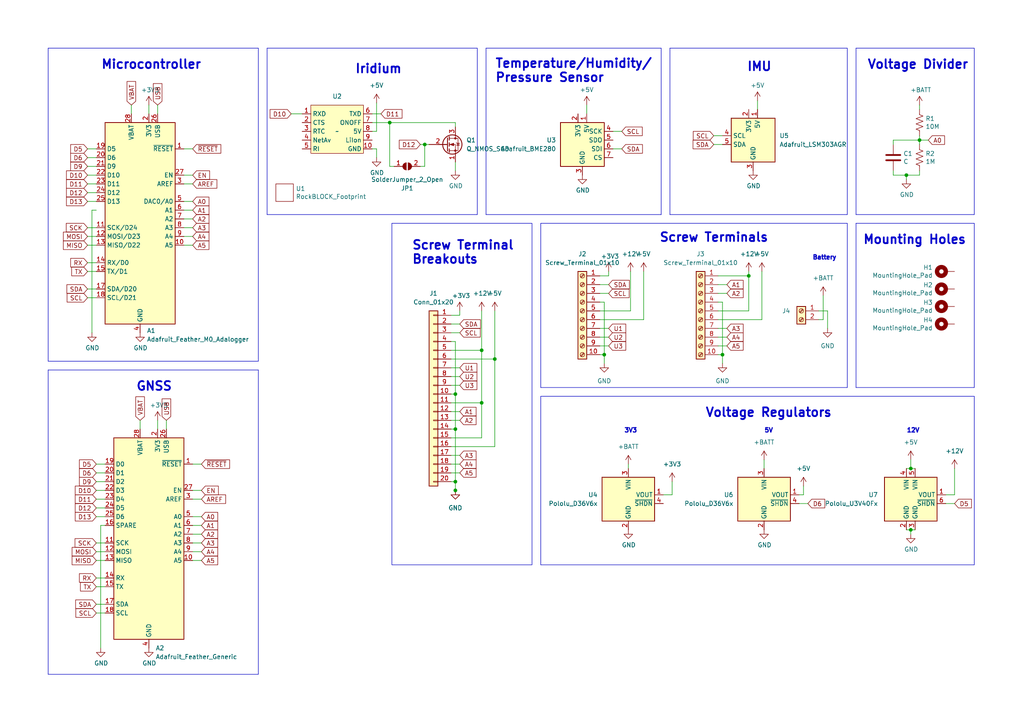
<source format=kicad_sch>
(kicad_sch (version 20230121) (generator eeschema)
  (paper "A4")
  (title_block (title "Cryologger Automatic Weather Station (AWS)") (date "2023-06-10") (rev "v0.4"))
  (lib_symbols
    (symbol "Connector:Screw_Terminal_01x02" (pin_names (offset 1.016) hide)
      (property "Reference" "J" (at 0 2.54 0))
      (property "Value" "Screw_Terminal_01x02" (at 0 -5.08 0))
      (symbol "Screw_Terminal_01x02_1_1"
        (pin passive line (at -5.08 0 0) (length 3.81) (name "Pin_1") (number "1"))
        (pin passive line (at -5.08 -2.54 0) (length 3.81) (name "Pin_2") (number "2"))
      )
    )
    (symbol "Connector:Screw_Terminal_01x10" (pin_names (offset 1.016) hide)
      (property "Reference" "J" (at 0 12.7 0))
      (property "Value" "Screw_Terminal_01x10" (at 0 -15.24 0))
      (symbol "Screw_Terminal_01x10_1_1"
        (pin passive line (at -5.08 10.16 0) (length 3.81) (name "Pin_1") (number "1"))
        (pin passive line (at -5.08 -12.7 0) (length 3.81) (name "Pin_10") (number "10"))
        (pin passive line (at -5.08 7.62 0) (length 3.81) (name "Pin_2") (number "2"))
        (pin passive line (at -5.08 5.08 0) (length 3.81) (name "Pin_3") (number "3"))
        (pin passive line (at -5.08 2.54 0) (length 3.81) (name "Pin_4") (number "4"))
        (pin passive line (at -5.08 0 0) (length 3.81) (name "Pin_5") (number "5"))
        (pin passive line (at -5.08 -2.54 0) (length 3.81) (name "Pin_6") (number "6"))
        (pin passive line (at -5.08 -5.08 0) (length 3.81) (name "Pin_7") (number "7"))
        (pin passive line (at -5.08 -7.62 0) (length 3.81) (name "Pin_8") (number "8"))
        (pin passive line (at -5.08 -10.16 0) (length 3.81) (name "Pin_9") (number "9"))
      )
    )
    (symbol "Connector_Generic:Conn_01x20" (pin_names (offset 1.016) hide)
      (property "Reference" "J" (at 0 25.4 0))
      (property "Value" "Conn_01x20" (at 0 -27.94 0))
      (symbol "Conn_01x20_1_1"
        (pin passive line (at -5.08 22.86 0) (length 3.81) (name "Pin_1") (number "1"))
        (pin passive line (at -5.08 0 0) (length 3.81) (name "Pin_10") (number "10"))
        (pin passive line (at -5.08 -2.54 0) (length 3.81) (name "Pin_11") (number "11"))
        (pin passive line (at -5.08 -5.08 0) (length 3.81) (name "Pin_12") (number "12"))
        (pin passive line (at -5.08 -7.62 0) (length 3.81) (name "Pin_13") (number "13"))
        (pin passive line (at -5.08 -10.16 0) (length 3.81) (name "Pin_14") (number "14"))
        (pin passive line (at -5.08 -12.7 0) (length 3.81) (name "Pin_15") (number "15"))
        (pin passive line (at -5.08 -15.24 0) (length 3.81) (name "Pin_16") (number "16"))
        (pin passive line (at -5.08 -17.78 0) (length 3.81) (name "Pin_17") (number "17"))
        (pin passive line (at -5.08 -20.32 0) (length 3.81) (name "Pin_18") (number "18"))
        (pin passive line (at -5.08 -22.86 0) (length 3.81) (name "Pin_19") (number "19"))
        (pin passive line (at -5.08 20.32 0) (length 3.81) (name "Pin_2") (number "2"))
        (pin passive line (at -5.08 -25.4 0) (length 3.81) (name "Pin_20") (number "20"))
        (pin passive line (at -5.08 17.78 0) (length 3.81) (name "Pin_3") (number "3"))
        (pin passive line (at -5.08 15.24 0) (length 3.81) (name "Pin_4") (number "4"))
        (pin passive line (at -5.08 12.7 0) (length 3.81) (name "Pin_5") (number "5"))
        (pin passive line (at -5.08 10.16 0) (length 3.81) (name "Pin_6") (number "6"))
        (pin passive line (at -5.08 7.62 0) (length 3.81) (name "Pin_7") (number "7"))
        (pin passive line (at -5.08 5.08 0) (length 3.81) (name "Pin_8") (number "8"))
        (pin passive line (at -5.08 2.54 0) (length 3.81) (name "Pin_9") (number "9"))
      )
    )
    (symbol "Cryologger:Adafruit_BME280"
      (property "Reference" "U4" (at -7.62 1.27 0))
      (property "Value" "Adafruit_BME280" (at -7.62 -1.27 0))
      (symbol "Adafruit_BME280_1_1"
        (pin power_in line (at 1.27 8.89 270) (length 2.54) (name "5V") (number "1"))
        (pin power_in line (at -1.27 8.89 270) (length 2.54) (name "3V3") (number "2"))
        (pin power_in line (at 0 -8.89 90) (length 2.54) (name "GND") (number "3"))
        (pin input line (at 8.89 3.81 180) (length 2.54) (name "SCK") (number "4"))
        (pin input line (at 8.89 1.27 180) (length 2.54) (name "SDO") (number "5"))
        (pin input line (at 8.89 -1.27 180) (length 2.54) (name "SDI") (number "6"))
        (pin input line (at 8.89 -3.81 180) (length 2.54) (name "CS") (number "7"))
      )
    )
    (symbol "Cryologger:Adafruit_LSM303AGR"
      (property "Reference" "U1" (at 1.9559 -8.89 0))
      (property "Value" "Adafruit_LSM303AGR" (at 1.9559 -11.43 0))
      (symbol "Adafruit_LSM303AGR_1_1"
        (pin power_in line (at 1.27 8.89 270) (length 2.54) (name "5V") (number "1"))
        (pin power_in line (at -1.27 8.89 270) (length 2.54) (name "3V3") (number "2"))
        (pin power_in line (at 0 -8.89 90) (length 2.54) (name "GND") (number "3"))
        (pin input line (at -8.89 1.27 0) (length 2.54) (name "SCL") (number "4"))
        (pin input line (at -8.89 -1.27 0) (length 2.54) (name "SDA") (number "5"))
      )
    )
    (symbol "Cryologger:Pololu_U3V40Fx"
      (property "Reference" "U7" (at -9.525 0 0))
      (property "Value" "Pololu_U3V40Fx" (at -9.525 -2.54 0))
      (symbol "Pololu_U3V40Fx_1_1"
        (pin power_out line (at 10.16 0 180) (length 2.54) (name "VOUT") (number "1"))
        (pin power_in line (at -1.27 -10.16 90) (length 2.54) (name "GND") (number "2"))
        (pin power_in line (at 1.27 -10.16 90) (length 2.54) (name "GND") (number "3"))
        (pin power_in line (at -1.27 7.62 270) (length 2.54) (name "VIN") (number "4"))
        (pin power_in line (at 1.27 7.62 270) (length 2.54) (name "VIN") (number "5"))
        (pin input line (at 10.16 -2.54 180) (length 2.54) (name "~{SHDN}") (number "6"))
      )
    )
    (symbol "Cryologger:RockBLOCK_9603"
      (property "Reference" "U3" (at 0 8.89 0))
      (property "Value" "~" (at 0 0 0))
      (symbol "RockBLOCK_9603_1_1"
        (pin input line (at -10.16 5.08 0) (length 2.54) (name "RXD") (number "1"))
        (pin input line (at 10.16 -5.08 180) (length 2.54) (name "GND") (number "10"))
        (pin input line (at -10.16 2.54 0) (length 2.54) (name "CTS") (number "2"))
        (pin input line (at -10.16 0 0) (length 2.54) (name "RTC") (number "3"))
        (pin input line (at -10.16 -2.54 0) (length 2.54) (name "NetAv") (number "4"))
        (pin input line (at -10.16 -5.08 0) (length 2.54) (name "RI") (number "5"))
        (pin input line (at 10.16 5.08 180) (length 2.54) (name "TXD") (number "6"))
        (pin input line (at 10.16 2.54 180) (length 2.54) (name "ONOFF") (number "7"))
        (pin input line (at 10.16 0 180) (length 2.54) (name "5V") (number "8"))
        (pin input line (at 10.16 -2.54 180) (length 2.54) (name "LiIon") (number "9"))
      )
    )
    (symbol "Cryologger:RockBLOCK_Footprint" (pin_names (offset 1.016))
      (property "Reference" "U" (at 0 8.89 0))
      (property "Value" "Cryologger_RockBLOCK_Footprint" (at 0 -10.16 0))
    )
    (symbol "Device:C" (pin_numbers hide) (pin_names (offset 0.254))
      (property "Reference" "C" (at 0.635 2.54 0))
      (property "Value" "C" (at 0.635 -2.54 0))
      (symbol "C_1_1"
        (pin passive line (at 0 3.81 270) (length 2.794) (name "~") (number "1"))
        (pin passive line (at 0 -3.81 90) (length 2.794) (name "~") (number "2"))
      )
    )
    (symbol "Device:Q_NMOS_SGD" (pin_names (offset 0) hide)
      (property "Reference" "Q" (at 5.08 1.27 0))
      (property "Value" "Q_NMOS_SGD" (at 5.08 -1.27 0))
      (symbol "Q_NMOS_SGD_1_1"
        (pin passive line (at 2.54 -5.08 90) (length 2.54) (name "S") (number "1"))
        (pin input line (at -5.08 0 0) (length 5.08) (name "G") (number "2"))
        (pin passive line (at 2.54 5.08 270) (length 2.54) (name "D") (number "3"))
      )
    )
    (symbol "Device:R_US" (pin_numbers hide) (pin_names (offset 0))
      (property "Reference" "R" (at 2.54 0 90))
      (property "Value" "R_US" (at -2.54 0 90))
      (symbol "R_US_1_1"
        (pin passive line (at 0 3.81 270) (length 1.27) (name "~") (number "1"))
        (pin passive line (at 0 -3.81 90) (length 1.27) (name "~") (number "2"))
      )
    )
    (symbol "Jumper:SolderJumper_2_Open" (pin_names (offset 0) hide)
      (property "Reference" "JP" (at 0 2.032 0))
      (property "Value" "SolderJumper_2_Open" (at 0 -2.54 0))
      (symbol "SolderJumper_2_Open_1_1"
        (pin passive line (at -3.81 0 0) (length 2.54) (name "A") (number "1"))
        (pin passive line (at 3.81 0 180) (length 2.54) (name "B") (number "2"))
      )
    )
    (symbol "MCU_Module:Adafruit_Feather_Generic"
      (property "Reference" "A" (at -10.16 29.21 0))
      (property "Value" "Adafruit_Feather_Generic" (at 2.54 -31.75 0))
      (symbol "Adafruit_Feather_Generic_1_1"
        (pin input line (at 12.7 20.32 180) (length 2.54) (name "~{RESET}") (number "1"))
        (pin bidirectional line (at 12.7 -7.62 180) (length 2.54) (name "A5") (number "10"))
        (pin bidirectional line (at -12.7 -2.54 0) (length 2.54) (name "SCK") (number "11"))
        (pin bidirectional line (at -12.7 -5.08 0) (length 2.54) (name "MOSI") (number "12"))
        (pin bidirectional line (at -12.7 -7.62 0) (length 2.54) (name "MISO") (number "13"))
        (pin bidirectional line (at -12.7 -12.7 0) (length 2.54) (name "RX") (number "14"))
        (pin bidirectional line (at -12.7 -15.24 0) (length 2.54) (name "TX") (number "15"))
        (pin bidirectional line (at -12.7 2.54 0) (length 2.54) (name "SPARE") (number "16"))
        (pin bidirectional line (at -12.7 -20.32 0) (length 2.54) (name "SDA") (number "17"))
        (pin bidirectional line (at -12.7 -22.86 0) (length 2.54) (name "SCL") (number "18"))
        (pin bidirectional line (at -12.7 20.32 0) (length 2.54) (name "D0") (number "19"))
        (pin power_in line (at 2.54 30.48 270) (length 2.54) (name "3V3") (number "2"))
        (pin bidirectional line (at -12.7 17.78 0) (length 2.54) (name "D1") (number "20"))
        (pin bidirectional line (at -12.7 15.24 0) (length 2.54) (name "D2") (number "21"))
        (pin bidirectional line (at -12.7 12.7 0) (length 2.54) (name "D3") (number "22"))
        (pin bidirectional line (at -12.7 10.16 0) (length 2.54) (name "D4") (number "23"))
        (pin bidirectional line (at -12.7 7.62 0) (length 2.54) (name "D5") (number "24"))
        (pin bidirectional line (at -12.7 5.08 0) (length 2.54) (name "D6") (number "25"))
        (pin power_in line (at 5.08 30.48 270) (length 2.54) (name "USB") (number "26"))
        (pin input line (at 12.7 12.7 180) (length 2.54) (name "EN") (number "27"))
        (pin power_in line (at -2.54 30.48 270) (length 2.54) (name "VBAT") (number "28"))
        (pin input line (at 12.7 10.16 180) (length 2.54) (name "AREF") (number "3"))
        (pin power_in line (at 0 -33.02 90) (length 2.54) (name "GND") (number "4"))
        (pin bidirectional line (at 12.7 5.08 180) (length 2.54) (name "A0") (number "5"))
        (pin bidirectional line (at 12.7 2.54 180) (length 2.54) (name "A1") (number "6"))
        (pin bidirectional line (at 12.7 0 180) (length 2.54) (name "A2") (number "7"))
        (pin bidirectional line (at 12.7 -2.54 180) (length 2.54) (name "A3") (number "8"))
        (pin bidirectional line (at 12.7 -5.08 180) (length 2.54) (name "A4") (number "9"))
      )
    )
    (symbol "MCU_Module:Adafruit_Feather_M0_Adalogger"
      (property "Reference" "A" (at -10.16 29.21 0))
      (property "Value" "Adafruit_Feather_M0_Adalogger" (at 2.54 -31.75 0))
      (symbol "Adafruit_Feather_M0_Adalogger_1_1"
        (pin input line (at 12.7 20.32 180) (length 2.54) (name "~{RESET}") (number "1"))
        (pin bidirectional line (at 12.7 -7.62 180) (length 2.54) (name "A5") (number "10"))
        (pin bidirectional line (at -12.7 -2.54 0) (length 2.54) (name "SCK/D24") (number "11"))
        (pin bidirectional line (at -12.7 -5.08 0) (length 2.54) (name "MOSI/D23") (number "12"))
        (pin bidirectional line (at -12.7 -7.62 0) (length 2.54) (name "MISO/D22") (number "13"))
        (pin bidirectional line (at -12.7 -12.7 0) (length 2.54) (name "RX/D0") (number "14"))
        (pin bidirectional line (at -12.7 -15.24 0) (length 2.54) (name "TX/D1") (number "15"))
        (pin passive line (at 0 -33.02 90) (length 2.54) hide (name "GND") (number "16"))
        (pin bidirectional line (at -12.7 -20.32 0) (length 2.54) (name "SDA/D20") (number "17"))
        (pin bidirectional line (at -12.7 -22.86 0) (length 2.54) (name "SCL/D21") (number "18"))
        (pin bidirectional line (at -12.7 20.32 0) (length 2.54) (name "D5") (number "19"))
        (pin power_in line (at 2.54 30.48 270) (length 2.54) (name "3V3") (number "2"))
        (pin bidirectional line (at -12.7 17.78 0) (length 2.54) (name "D6") (number "20"))
        (pin bidirectional line (at -12.7 15.24 0) (length 2.54) (name "D9") (number "21"))
        (pin bidirectional line (at -12.7 12.7 0) (length 2.54) (name "D10") (number "22"))
        (pin bidirectional line (at -12.7 10.16 0) (length 2.54) (name "D11") (number "23"))
        (pin bidirectional line (at -12.7 7.62 0) (length 2.54) (name "D12") (number "24"))
        (pin bidirectional line (at -12.7 5.08 0) (length 2.54) (name "D13") (number "25"))
        (pin power_in line (at 5.08 30.48 270) (length 2.54) (name "USB") (number "26"))
        (pin input line (at 12.7 12.7 180) (length 2.54) (name "EN") (number "27"))
        (pin power_in line (at -2.54 30.48 270) (length 2.54) (name "VBAT") (number "28"))
        (pin input line (at 12.7 10.16 180) (length 2.54) (name "AREF") (number "3"))
        (pin power_in line (at 0 -33.02 90) (length 2.54) (name "GND") (number "4"))
        (pin bidirectional line (at 12.7 5.08 180) (length 2.54) (name "DAC0/A0") (number "5"))
        (pin bidirectional line (at 12.7 2.54 180) (length 2.54) (name "A1") (number "6"))
        (pin bidirectional line (at 12.7 0 180) (length 2.54) (name "A2") (number "7"))
        (pin bidirectional line (at 12.7 -2.54 180) (length 2.54) (name "A3") (number "8"))
        (pin bidirectional line (at 12.7 -5.08 180) (length 2.54) (name "A4") (number "9"))
      )
    )
    (symbol "Mechanical:MountingHole_Pad" (pin_numbers hide) (pin_names (offset 1.016) hide)
      (property "Reference" "H" (at 0 6.35 0))
      (property "Value" "MountingHole_Pad" (at 0 4.445 0))
      (symbol "MountingHole_Pad_1_1"
        (pin input line (at 0 -2.54 90) (length 2.54) (name "1") (number "1"))
      )
    )
    (symbol "Pololu_D36V6x_1"
      (property "Reference" "U2" (at -8.89 -0.635 0))
      (property "Value" "Pololu_D36V6x" (at -8.89 -3.175 0))
      (symbol "Pololu_D36V6x_1_1_1"
        (pin power_out line (at 10.16 0 180) (length 2.54) (name "VOUT") (number "1"))
        (pin power_in line (at 0 -10.16 90) (length 2.54) (name "GND") (number "2"))
        (pin power_in line (at 0 7.62 270) (length 2.54) (name "VIN") (number "3"))
        (pin input line (at 10.16 -2.54 180) (length 2.54) (name "~{SHDN}") (number "4"))
      )
    )
    (symbol "power:+12V" (power) (pin_names (offset 0))
      (property "Value" "+12V" (at 0 3.556 0))
      (symbol "+12V_1_1"
        (pin power_in line (at 0 0 90) (length 0) hide (name "+12V") (number "1"))
      )
    )
    (symbol "power:+3V3" (power) (pin_names (offset 0))
      (property "Value" "+3V3" (at 0 3.556 0))
      (symbol "+3V3_1_1"
        (pin power_in line (at 0 0 90) (length 0) hide (name "+3V3") (number "1"))
      )
    )
    (symbol "power:+5V" (power) (pin_names (offset 0))
      (property "Value" "+5V" (at 0 3.556 0))
      (symbol "+5V_1_1"
        (pin power_in line (at 0 0 90) (length 0) hide (name "+5V") (number "1"))
      )
    )
    (symbol "power:+BATT" (power) (pin_names (offset 0))
      (property "Value" "+BATT" (at 0 3.556 0))
      (symbol "+BATT_1_1"
        (pin power_in line (at 0 0 90) (length 0) hide (name "+BATT") (number "1"))
      )
    )
    (symbol "power:GND" (power) (pin_names (offset 0))
      (property "Value" "GND" (at 0 -3.81 0))
      (symbol "GND_1_1"
        (pin power_in line (at 0 0 270) (length 0) hide (name "GND") (number "1"))
      )
    )
  )
  (junction (at 132.08 124.46))
  (junction (at 209.55 102.87))
  (junction (at 266.7 40.64))
  (junction (at 139.7 116.84))
  (junction (at 132.08 139.7))
  (junction (at 217.17 80.01))
  (junction (at 139.7 101.6))
  (junction (at 143.51 104.14))
  (junction (at 175.26 102.87))
  (junction (at 113.03 35.56))
  (junction (at 264.16 135.89))
  (junction (at 264.16 153.67))
  (junction (at 123.19 41.91))
  (junction (at 132.08 114.3))
  (junction (at 132.08 142.24))
  (junction (at 262.89 50.8))
  (wire (pts (xy 139.7 90.17) (xy 139.7 101.6)))
  (wire (pts (xy 139.7 116.84) (xy 139.7 127)))
  (wire (pts (xy 55.88 50.8) (xy 53.34 50.8)))
  (wire (pts (xy 130.81 132.08) (xy 133.35 132.08)))
  (wire (pts (xy 27.94 139.7) (xy 30.48 139.7)))
  (wire (pts (xy 27.94 167.64) (xy 30.48 167.64)))
  (wire (pts (xy 177.8 38.1) (xy 180.34 38.1)))
  (wire (pts (xy 55.88 53.34) (xy 53.34 53.34)))
  (wire (pts (xy 132.08 35.56) (xy 132.08 36.83)))
  (wire (pts (xy 182.88 78.74) (xy 182.88 90.17)))
  (wire (pts (xy 43.18 30.48) (xy 43.18 33.02)))
  (polyline (pts (xy 191.77 13.97) (xy 140.97 13.97)))
  (wire (pts (xy 182.245 134.62) (xy 182.245 135.89)))
  (wire (pts (xy 45.72 30.48) (xy 45.72 33.02)))
  (wire (pts (xy 87.63 33.02) (xy 84.455 33.02)))
  (wire (pts (xy 55.88 60.96) (xy 53.34 60.96)))
  (wire (pts (xy 208.28 87.63) (xy 209.55 87.63)))
  (polyline (pts (xy 156.845 114.935) (xy 282.575 114.935)))
  (wire (pts (xy 55.88 43.18) (xy 53.34 43.18)))
  (wire (pts (xy 25.4 78.74) (xy 27.94 78.74)))
  (wire (pts (xy 266.7 49.53) (xy 266.7 50.8)))
  (wire (pts (xy 55.88 66.04) (xy 53.34 66.04)))
  (wire (pts (xy 109.22 43.18) (xy 109.22 45.72)))
  (polyline (pts (xy 245.745 62.23) (xy 245.745 13.97)))
  (wire (pts (xy 58.42 157.48) (xy 55.88 157.48)))
  (wire (pts (xy 217.17 80.01) (xy 217.17 90.17)))
  (wire (pts (xy 27.94 177.8) (xy 30.48 177.8)))
  (wire (pts (xy 209.55 41.91) (xy 207.01 41.91)))
  (wire (pts (xy 173.99 87.63) (xy 175.26 87.63)))
  (wire (pts (xy 208.28 97.79) (xy 210.82 97.79)))
  (wire (pts (xy 123.19 41.91) (xy 124.46 41.91)))
  (wire (pts (xy 139.7 101.6) (xy 139.7 116.84)))
  (polyline (pts (xy 194.31 62.23) (xy 245.745 62.23)))
  (wire (pts (xy 173.99 95.25) (xy 176.53 95.25)))
  (wire (pts (xy 208.28 82.55) (xy 210.82 82.55)))
  (polyline (pts (xy 282.575 64.77) (xy 282.575 112.395)))
  (wire (pts (xy 45.72 121.92) (xy 45.72 124.46)))
  (polyline (pts (xy 194.31 62.23) (xy 194.31 13.97)))
  (polyline (pts (xy 138.43 62.23) (xy 77.47 62.23)))
  (wire (pts (xy 175.26 87.63) (xy 175.26 102.87)))
  (wire (pts (xy 58.42 152.4) (xy 55.88 152.4)))
  (wire (pts (xy 113.03 48.26) (xy 114.3 48.26)))
  (polyline (pts (xy 140.97 13.97) (xy 140.97 62.23)))
  (wire (pts (xy 58.42 154.94) (xy 55.88 154.94)))
  (wire (pts (xy 48.26 121.92) (xy 48.26 124.46)))
  (wire (pts (xy 58.42 142.24) (xy 55.88 142.24)))
  (wire (pts (xy 259.08 40.64) (xy 266.7 40.64)))
  (wire (pts (xy 107.95 38.1) (xy 109.22 38.1)))
  (polyline (pts (xy 13.97 107.315) (xy 74.93 107.315)))
  (wire (pts (xy 208.28 100.33) (xy 210.82 100.33)))
  (wire (pts (xy 29.21 187.96) (xy 29.21 152.4)))
  (wire (pts (xy 209.55 102.87) (xy 209.55 105.41)))
  (wire (pts (xy 209.55 87.63) (xy 209.55 102.87)))
  (polyline (pts (xy 74.93 13.97) (xy 74.93 104.775)))
  (wire (pts (xy 55.88 68.58) (xy 53.34 68.58)))
  (wire (pts (xy 274.32 143.51) (xy 276.86 143.51)))
  (wire (pts (xy 143.51 104.14) (xy 143.51 129.54)))
  (wire (pts (xy 38.1 30.48) (xy 38.1 33.02)))
  (wire (pts (xy 25.4 48.26) (xy 27.94 48.26)))
  (wire (pts (xy 173.99 85.09) (xy 176.53 85.09)))
  (polyline (pts (xy 13.97 104.775) (xy 74.93 104.775)))
  (wire (pts (xy 130.81 96.52) (xy 133.35 96.52)))
  (wire (pts (xy 220.98 78.74) (xy 220.98 92.71)))
  (wire (pts (xy 130.81 101.6) (xy 139.7 101.6)))
  (wire (pts (xy 231.775 146.05) (xy 234.315 146.05)))
  (polyline (pts (xy 191.77 62.23) (xy 191.77 13.97)))
  (wire (pts (xy 27.94 175.26) (xy 30.48 175.26)))
  (wire (pts (xy 107.95 43.18) (xy 109.22 43.18)))
  (wire (pts (xy 27.94 142.24) (xy 30.48 142.24)))
  (wire (pts (xy 262.89 52.07) (xy 262.89 50.8)))
  (polyline (pts (xy 156.845 64.77) (xy 245.745 64.77)))
  (wire (pts (xy 264.16 153.67) (xy 264.16 154.94)))
  (wire (pts (xy 55.88 58.42) (xy 53.34 58.42)))
  (wire (pts (xy 40.64 121.92) (xy 40.64 124.46)))
  (wire (pts (xy 266.7 50.8) (xy 262.89 50.8)))
  (wire (pts (xy 58.42 160.02) (xy 55.88 160.02)))
  (wire (pts (xy 25.4 45.72) (xy 27.94 45.72)))
  (wire (pts (xy 274.32 146.05) (xy 276.86 146.05)))
  (wire (pts (xy 130.81 137.16) (xy 133.35 137.16)))
  (wire (pts (xy 113.03 35.56) (xy 132.08 35.56)))
  (polyline (pts (xy 282.575 112.395) (xy 248.285 112.395)))
  (wire (pts (xy 27.94 144.78) (xy 30.48 144.78)))
  (wire (pts (xy 176.53 78.74) (xy 176.53 80.01)))
  (wire (pts (xy 113.03 35.56) (xy 113.03 48.26)))
  (wire (pts (xy 55.88 71.12) (xy 53.34 71.12)))
  (polyline (pts (xy 194.31 13.97) (xy 245.745 13.97)))
  (wire (pts (xy 173.99 97.79) (xy 176.53 97.79)))
  (wire (pts (xy 25.4 50.8) (xy 27.94 50.8)))
  (wire (pts (xy 173.99 92.71) (xy 186.69 92.71)))
  (polyline (pts (xy 156.845 163.83) (xy 282.575 163.83)))
  (wire (pts (xy 29.21 152.4) (xy 30.48 152.4)))
  (wire (pts (xy 259.08 50.8) (xy 259.08 49.53)))
  (wire (pts (xy 143.51 104.14) (xy 143.51 90.17)))
  (polyline (pts (xy 245.745 112.395) (xy 156.845 112.395)))
  (wire (pts (xy 177.8 43.18) (xy 180.34 43.18)))
  (wire (pts (xy 27.94 147.32) (xy 30.48 147.32)))
  (wire (pts (xy 132.08 124.46) (xy 132.08 139.7)))
  (wire (pts (xy 192.405 143.51) (xy 194.945 143.51)))
  (wire (pts (xy 25.4 53.34) (xy 27.94 53.34)))
  (wire (pts (xy 25.4 86.36) (xy 27.94 86.36)))
  (polyline (pts (xy 138.43 13.97) (xy 138.43 62.23)))
  (wire (pts (xy 194.945 143.51) (xy 194.945 139.7)))
  (polyline (pts (xy 282.575 114.935) (xy 282.575 163.83)))
  (wire (pts (xy 231.775 143.51) (xy 233.045 143.51)))
  (wire (pts (xy 130.81 109.22) (xy 133.35 109.22)))
  (wire (pts (xy 221.615 133.35) (xy 221.615 135.89)))
  (wire (pts (xy 130.81 111.76) (xy 133.35 111.76)))
  (wire (pts (xy 123.19 41.91) (xy 123.19 48.26)))
  (wire (pts (xy 233.045 143.51) (xy 233.045 140.97)))
  (wire (pts (xy 173.99 102.87) (xy 175.26 102.87)))
  (polyline (pts (xy 77.47 13.97) (xy 138.43 13.97)))
  (wire (pts (xy 266.7 40.64) (xy 269.24 40.64)))
  (wire (pts (xy 55.88 63.5) (xy 53.34 63.5)))
  (polyline (pts (xy 77.47 62.23) (xy 77.47 13.97)))
  (wire (pts (xy 208.28 80.01) (xy 217.17 80.01)))
  (wire (pts (xy 27.94 170.18) (xy 30.48 170.18)))
  (wire (pts (xy 130.81 127) (xy 139.7 127)))
  (wire (pts (xy 173.99 80.01) (xy 176.53 80.01)))
  (wire (pts (xy 27.94 160.02) (xy 30.48 160.02)))
  (wire (pts (xy 217.17 78.74) (xy 217.17 80.01)))
  (polyline (pts (xy 156.845 112.395) (xy 156.845 64.77)))
  (wire (pts (xy 130.81 119.38) (xy 133.35 119.38)))
  (wire (pts (xy 26.67 96.52) (xy 26.67 60.96)))
  (polyline (pts (xy 282.575 62.23) (xy 248.285 62.23)))
  (wire (pts (xy 25.4 58.42) (xy 27.94 58.42)))
  (wire (pts (xy 26.67 60.96) (xy 27.94 60.96)))
  (wire (pts (xy 121.92 41.91) (xy 123.19 41.91)))
  (wire (pts (xy 130.81 91.44) (xy 133.35 91.44)))
  (polyline (pts (xy 13.97 195.58) (xy 13.97 107.315)))
  (wire (pts (xy 27.94 162.56) (xy 30.48 162.56)))
  (wire (pts (xy 175.26 102.87) (xy 175.26 105.41)))
  (wire (pts (xy 238.76 92.71) (xy 238.76 85.725)))
  (wire (pts (xy 266.7 41.91) (xy 266.7 40.64)))
  (wire (pts (xy 58.42 149.86) (xy 55.88 149.86)))
  (wire (pts (xy 27.94 134.62) (xy 30.48 134.62)))
  (wire (pts (xy 25.4 43.18) (xy 27.94 43.18)))
  (wire (pts (xy 25.4 68.58) (xy 27.94 68.58)))
  (polyline (pts (xy 74.93 107.315) (xy 74.93 195.58)))
  (wire (pts (xy 264.16 153.67) (xy 265.43 153.67)))
  (wire (pts (xy 25.4 83.82) (xy 27.94 83.82)))
  (wire (pts (xy 130.81 114.3) (xy 132.08 114.3)))
  (wire (pts (xy 132.08 114.3) (xy 132.08 124.46)))
  (polyline (pts (xy 248.285 62.23) (xy 248.285 13.97)))
  (wire (pts (xy 208.28 102.87) (xy 209.55 102.87)))
  (wire (pts (xy 132.08 99.06) (xy 132.08 114.3)))
  (polyline (pts (xy 13.97 13.97) (xy 74.93 13.97)))
  (wire (pts (xy 25.4 66.04) (xy 27.94 66.04)))
  (wire (pts (xy 264.16 135.89) (xy 265.43 135.89)))
  (wire (pts (xy 266.7 31.75) (xy 266.7 30.48)))
  (polyline (pts (xy 248.285 112.395) (xy 248.285 64.77)))
  (wire (pts (xy 219.71 29.21) (xy 219.71 31.75)))
  (wire (pts (xy 186.69 92.71) (xy 186.69 78.74)))
  (wire (pts (xy 259.08 41.91) (xy 259.08 40.64)))
  (polyline (pts (xy 248.285 13.97) (xy 282.575 13.97)))
  (polyline (pts (xy 248.285 64.77) (xy 282.575 64.77)))
  (wire (pts (xy 276.86 135.89) (xy 276.86 143.51)))
  (wire (pts (xy 240.03 90.17) (xy 240.03 95.25)))
  (wire (pts (xy 237.49 92.71) (xy 238.76 92.71)))
  (wire (pts (xy 132.08 139.7) (xy 132.08 142.24)))
  (polyline (pts (xy 140.97 62.23) (xy 191.77 62.23)))
  (wire (pts (xy 130.81 134.62) (xy 133.35 134.62)))
  (polyline (pts (xy 13.97 195.58) (xy 74.93 195.58)))
  (wire (pts (xy 58.42 162.56) (xy 55.88 162.56)))
  (wire (pts (xy 130.81 124.46) (xy 132.08 124.46)))
  (wire (pts (xy 27.94 137.16) (xy 30.48 137.16)))
  (polyline (pts (xy 245.745 64.77) (xy 245.745 112.395)))
  (wire (pts (xy 109.22 38.1) (xy 109.22 29.845)))
  (wire (pts (xy 130.81 93.98) (xy 133.35 93.98)))
  (wire (pts (xy 130.81 99.06) (xy 132.08 99.06)))
  (wire (pts (xy 25.4 76.2) (xy 27.94 76.2)))
  (wire (pts (xy 27.94 157.48) (xy 30.48 157.48)))
  (wire (pts (xy 208.28 92.71) (xy 220.98 92.71)))
  (wire (pts (xy 58.42 144.78) (xy 55.88 144.78)))
  (wire (pts (xy 208.28 90.17) (xy 217.17 90.17)))
  (wire (pts (xy 208.28 85.09) (xy 210.82 85.09)))
  (wire (pts (xy 262.89 153.67) (xy 264.16 153.67)))
  (polyline (pts (xy 156.845 114.935) (xy 156.845 163.83)))
  (wire (pts (xy 107.95 35.56) (xy 113.03 35.56)))
  (wire (pts (xy 262.89 50.8) (xy 259.08 50.8)))
  (polyline (pts (xy 13.97 13.97) (xy 13.97 104.775)))
  (wire (pts (xy 110.49 33.02) (xy 107.95 33.02)))
  (wire (pts (xy 133.35 90.17) (xy 133.35 91.44)))
  (wire (pts (xy 121.92 48.26) (xy 123.19 48.26)))
  (wire (pts (xy 25.4 71.12) (xy 27.94 71.12)))
  (wire (pts (xy 173.99 82.55) (xy 176.53 82.55)))
  (wire (pts (xy 173.99 100.33) (xy 176.53 100.33)))
  (wire (pts (xy 130.81 106.68) (xy 133.35 106.68)))
  (wire (pts (xy 208.28 95.25) (xy 210.82 95.25)))
  (wire (pts (xy 173.99 90.17) (xy 182.88 90.17)))
  (polyline (pts (xy 282.575 13.97) (xy 282.575 62.23)))
  (wire (pts (xy 130.81 104.14) (xy 143.51 104.14)))
  (wire (pts (xy 130.81 129.54) (xy 143.51 129.54)))
  (wire (pts (xy 130.81 116.84) (xy 139.7 116.84)))
  (wire (pts (xy 132.08 46.99) (xy 132.08 49.53)))
  (wire (pts (xy 130.81 139.7) (xy 132.08 139.7)))
  (wire (pts (xy 209.55 39.37) (xy 207.01 39.37)))
  (wire (pts (xy 170.18 30.48) (xy 170.18 33.02)))
  (wire (pts (xy 266.7 40.64) (xy 266.7 39.37)))
  (wire (pts (xy 264.16 133.35) (xy 264.16 135.89)))
  (wire (pts (xy 130.81 121.92) (xy 133.35 121.92)))
  (wire (pts (xy 237.49 90.17) (xy 240.03 90.17)))
  (wire (pts (xy 27.94 149.86) (xy 30.48 149.86)))
  (wire (pts (xy 58.42 134.62) (xy 55.88 134.62)))
  (wire (pts (xy 25.4 55.88) (xy 27.94 55.88)))
  (wire (pts (xy 262.89 135.89) (xy 264.16 135.89)))
  (rectangle (start 113.665 64.77) (end 154.305 163.83))
  (text "Screw Terminals" (at 191.135 70.485 0) (effects (font (size 2.54 2.54) (thickness 0.508) bold) (justify left bottom)))
  (text "Iridium" (at 102.87 21.59 0) (effects (font (size 2.54 2.54) (thickness 0.508) bold) (justify left bottom)))
  (text "Voltage Regulators" (at 204.47 121.285 0) (effects (font (size 2.54 2.54) (thickness 0.508) bold) (justify left bottom)))
  (text "Voltage Divider" (at 251.46 20.32 0) (effects (font (size 2.54 2.54) (thickness 0.508) bold) (justify left bottom)))
  (text "GNSS" (at 39.37 113.665 0) (effects (font (size 2.54 2.54) (thickness 0.508) bold) (justify left bottom)))
  (text "IMU" (at 216.535 20.955 0) (effects (font (size 2.54 2.54) (thickness 0.508) bold) (justify left bottom)))
  (text "Microcontroller" (at 29.21 20.32 0) (effects (font (size 2.54 2.54) (thickness 0.508) bold) (justify left bottom)))
  (text "Screw Terminal \nBreakouts" (at 119.38 76.835 0) (effects (font (size 2.54 2.54) (thickness 0.508) bold) (justify left bottom)))
  (text "3V3" (at 180.975 125.73 0) (effects (font (size 1.27 1.27) (thickness 0.508) bold) (justify left bottom)))
  (text "5V" (at 221.615 125.73 0) (effects (font (size 1.27 1.27) (thickness 0.508) bold) (justify left bottom)))
  (text "Battery" (at 235.585 75.565 0) (effects (font (size 1.27 1.27) (thickness 0.508) bold) (justify left bottom)))
  (text "Temperature/Humidity/\nPressure Sensor" (at 143.51 24.13 0) (effects (font (size 2.54 2.54) (thickness 0.508) bold) (justify left bottom)))
  (text "12V" (at 262.89 125.73 0) (effects (font (size 1.27 1.27) (thickness 0.508) bold) (justify left bottom)))
  (text "Mounting Holes" (at 250.19 71.12 0) (effects (font (size 2.54 2.54) (thickness 0.508) bold) (justify left bottom)))
  (global_label "D9" (shape input) (at 25.4 48.26 180) (property "Intersheetrefs" "${INTERSHEET_REFS}" (effects hide)))
  (global_label "D5" (shape input) (at 276.86 146.05 0) (property "Intersheetrefs" "${INTERSHEET_REFS}" (effects hide)))
  (global_label "SCL" (shape input) (at 27.94 177.8 180) (property "Intersheetrefs" "${INTERSHEET_REFS}" (effects hide)))
  (global_label "SCK" (shape input) (at 25.4 66.04 180) (property "Intersheetrefs" "${INTERSHEET_REFS}" (effects hide)))
  (global_label "MISO" (shape input) (at 25.4 71.12 180) (property "Intersheetrefs" "${INTERSHEET_REFS}" (effects hide)))
  (global_label "D11" (shape input) (at 110.49 33.02 0) (property "Intersheetrefs" "${INTERSHEET_REFS}" (effects hide)))
  (global_label "VBAT" (shape input) (at 40.64 121.92 90) (property "Intersheetrefs" "${INTERSHEET_REFS}" (effects hide)))
  (global_label "MOSI" (shape input) (at 27.94 160.02 180) (property "Intersheetrefs" "${INTERSHEET_REFS}" (effects hide)))
  (global_label "~{RESET}" (shape input) (at 55.88 43.18 0) (property "Intersheetrefs" "${INTERSHEET_REFS}" (effects hide)))
  (global_label "AREF" (shape input) (at 58.42 144.78 0) (property "Intersheetrefs" "${INTERSHEET_REFS}" (effects hide)))
  (global_label "A5" (shape input) (at 58.42 162.56 0) (property "Intersheetrefs" "${INTERSHEET_REFS}" (effects hide)))
  (global_label "MOSI" (shape input) (at 25.4 68.58 180) (property "Intersheetrefs" "${INTERSHEET_REFS}" (effects hide)))
  (global_label "A3" (shape input) (at 55.88 66.04 0) (property "Intersheetrefs" "${INTERSHEET_REFS}" (effects hide)))
  (global_label "A4" (shape input) (at 58.42 160.02 0) (property "Intersheetrefs" "${INTERSHEET_REFS}" (effects hide)))
  (global_label "A5" (shape input) (at 210.82 100.33 0) (property "Intersheetrefs" "${INTERSHEET_REFS}" (effects hide)))
  (global_label "A0" (shape input) (at 55.88 58.42 0) (property "Intersheetrefs" "${INTERSHEET_REFS}" (effects hide)))
  (global_label "D11" (shape input) (at 27.94 144.78 180) (property "Intersheetrefs" "${INTERSHEET_REFS}" (effects hide)))
  (global_label "SCL" (shape input) (at 25.4 86.36 180) (property "Intersheetrefs" "${INTERSHEET_REFS}" (effects hide)))
  (global_label "U3" (shape input) (at 133.35 111.76 0) (property "Intersheetrefs" "${INTERSHEET_REFS}" (effects hide)))
  (global_label "A0" (shape input) (at 269.24 40.64 0) (property "Intersheetrefs" "${INTERSHEET_REFS}" (effects hide)))
  (global_label "D12" (shape input) (at 27.94 147.32 180) (property "Intersheetrefs" "${INTERSHEET_REFS}" (effects hide)))
  (global_label "SCL" (shape input) (at 176.53 85.09 0) (property "Intersheetrefs" "${INTERSHEET_REFS}" (effects hide)))
  (global_label "USB" (shape input) (at 45.72 30.48 90) (property "Intersheetrefs" "${INTERSHEET_REFS}" (effects hide)))
  (global_label "SCL" (shape input) (at 180.34 38.1 0) (property "Intersheetrefs" "${INTERSHEET_REFS}" (effects hide)))
  (global_label "D10" (shape input) (at 27.94 142.24 180) (property "Intersheetrefs" "${INTERSHEET_REFS}" (effects hide)))
  (global_label "D6" (shape input) (at 234.315 146.05 0) (property "Intersheetrefs" "${INTERSHEET_REFS}" (effects hide)))
  (global_label "U2" (shape input) (at 176.53 97.79 0) (property "Intersheetrefs" "${INTERSHEET_REFS}" (effects hide)))
  (global_label "D11" (shape input) (at 25.4 53.34 180) (property "Intersheetrefs" "${INTERSHEET_REFS}" (effects hide)))
  (global_label "A3" (shape input) (at 210.82 95.25 0) (property "Intersheetrefs" "${INTERSHEET_REFS}" (effects hide)))
  (global_label "D6" (shape input) (at 27.94 137.16 180) (property "Intersheetrefs" "${INTERSHEET_REFS}" (effects hide)))
  (global_label "SCL" (shape input) (at 133.35 96.52 0) (property "Intersheetrefs" "${INTERSHEET_REFS}" (effects hide)))
  (global_label "RX" (shape input) (at 27.94 167.64 180) (property "Intersheetrefs" "${INTERSHEET_REFS}" (effects hide)))
  (global_label "D12" (shape input) (at 25.4 55.88 180) (property "Intersheetrefs" "${INTERSHEET_REFS}" (effects hide)))
  (global_label "A5" (shape input) (at 55.88 71.12 0) (property "Intersheetrefs" "${INTERSHEET_REFS}" (effects hide)))
  (global_label "~{RESET}" (shape input) (at 58.42 134.62 0) (property "Intersheetrefs" "${INTERSHEET_REFS}" (effects hide)))
  (global_label "A4" (shape input) (at 210.82 97.79 0) (property "Intersheetrefs" "${INTERSHEET_REFS}" (effects hide)))
  (global_label "SDA" (shape input) (at 176.53 82.55 0) (property "Intersheetrefs" "${INTERSHEET_REFS}" (effects hide)))
  (global_label "D9" (shape input) (at 27.94 139.7 180) (property "Intersheetrefs" "${INTERSHEET_REFS}" (effects hide)))
  (global_label "TX" (shape input) (at 27.94 170.18 180) (property "Intersheetrefs" "${INTERSHEET_REFS}" (effects hide)))
  (global_label "D13" (shape input) (at 25.4 58.42 180) (property "Intersheetrefs" "${INTERSHEET_REFS}" (effects hide)))
  (global_label "SCK" (shape input) (at 27.94 157.48 180) (property "Intersheetrefs" "${INTERSHEET_REFS}" (effects hide)))
  (global_label "A2" (shape input) (at 210.82 85.09 0) (property "Intersheetrefs" "${INTERSHEET_REFS}" (effects hide)))
  (global_label "A4" (shape input) (at 133.35 134.62 0) (property "Intersheetrefs" "${INTERSHEET_REFS}" (effects hide)))
  (global_label "U2" (shape input) (at 133.35 109.22 0) (property "Intersheetrefs" "${INTERSHEET_REFS}" (effects hide)))
  (global_label "D6" (shape input) (at 25.4 45.72 180) (property "Intersheetrefs" "${INTERSHEET_REFS}" (effects hide)))
  (global_label "U1" (shape input) (at 133.35 106.68 0) (property "Intersheetrefs" "${INTERSHEET_REFS}" (effects hide)))
  (global_label "MISO" (shape input) (at 27.94 162.56 180) (property "Intersheetrefs" "${INTERSHEET_REFS}" (effects hide)))
  (global_label "A3" (shape input) (at 58.42 157.48 0) (property "Intersheetrefs" "${INTERSHEET_REFS}" (effects hide)))
  (global_label "U3" (shape input) (at 176.53 100.33 0) (property "Intersheetrefs" "${INTERSHEET_REFS}" (effects hide)))
  (global_label "TX" (shape input) (at 25.4 78.74 180) (property "Intersheetrefs" "${INTERSHEET_REFS}" (effects hide)))
  (global_label "SDA" (shape input) (at 25.4 83.82 180) (property "Intersheetrefs" "${INTERSHEET_REFS}" (effects hide)))
  (global_label "A0" (shape input) (at 58.42 149.86 0) (property "Intersheetrefs" "${INTERSHEET_REFS}" (effects hide)))
  (global_label "SDA" (shape input) (at 207.01 41.91 180) (property "Intersheetrefs" "${INTERSHEET_REFS}" (effects hide)))
  (global_label "EN" (shape input) (at 55.88 50.8 0) (property "Intersheetrefs" "${INTERSHEET_REFS}" (effects hide)))
  (global_label "D10" (shape input) (at 84.455 33.02 180) (property "Intersheetrefs" "${INTERSHEET_REFS}" (effects hide)))
  (global_label "D13" (shape input) (at 27.94 149.86 180) (property "Intersheetrefs" "${INTERSHEET_REFS}" (effects hide)))
  (global_label "SDA" (shape input) (at 27.94 175.26 180) (property "Intersheetrefs" "${INTERSHEET_REFS}" (effects hide)))
  (global_label "AREF" (shape input) (at 55.88 53.34 0) (property "Intersheetrefs" "${INTERSHEET_REFS}" (effects hide)))
  (global_label "A4" (shape input) (at 55.88 68.58 0) (property "Intersheetrefs" "${INTERSHEET_REFS}" (effects hide)))
  (global_label "RX" (shape input) (at 25.4 76.2 180) (property "Intersheetrefs" "${INTERSHEET_REFS}" (effects hide)))
  (global_label "D5" (shape input) (at 27.94 134.62 180) (property "Intersheetrefs" "${INTERSHEET_REFS}" (effects hide)))
  (global_label "D5" (shape input) (at 25.4 43.18 180) (property "Intersheetrefs" "${INTERSHEET_REFS}" (effects hide)))
  (global_label "VBAT" (shape input) (at 38.1 30.48 90) (property "Intersheetrefs" "${INTERSHEET_REFS}" (effects hide)))
  (global_label "A1" (shape input) (at 210.82 82.55 0) (property "Intersheetrefs" "${INTERSHEET_REFS}" (effects hide)))
  (global_label "A1" (shape input) (at 55.88 60.96 0) (property "Intersheetrefs" "${INTERSHEET_REFS}" (effects hide)))
  (global_label "A2" (shape input) (at 133.35 121.92 0) (property "Intersheetrefs" "${INTERSHEET_REFS}" (effects hide)))
  (global_label "A2" (shape input) (at 58.42 154.94 0) (property "Intersheetrefs" "${INTERSHEET_REFS}" (effects hide)))
  (global_label "USB" (shape input) (at 48.26 121.92 90) (property "Intersheetrefs" "${INTERSHEET_REFS}" (effects hide)))
  (global_label "SDA" (shape input) (at 133.35 93.98 0) (property "Intersheetrefs" "${INTERSHEET_REFS}" (effects hide)))
  (global_label "D12" (shape input) (at 121.92 41.91 180) (property "Intersheetrefs" "${INTERSHEET_REFS}" (effects hide)))
  (global_label "EN" (shape input) (at 58.42 142.24 0) (property "Intersheetrefs" "${INTERSHEET_REFS}" (effects hide)))
  (global_label "A1" (shape input) (at 58.42 152.4 0) (property "Intersheetrefs" "${INTERSHEET_REFS}" (effects hide)))
  (global_label "A1" (shape input) (at 133.35 119.38 0) (property "Intersheetrefs" "${INTERSHEET_REFS}" (effects hide)))
  (global_label "D10" (shape input) (at 25.4 50.8 180) (property "Intersheetrefs" "${INTERSHEET_REFS}" (effects hide)))
  (global_label "U1" (shape input) (at 176.53 95.25 0) (property "Intersheetrefs" "${INTERSHEET_REFS}" (effects hide)))
  (global_label "A3" (shape input) (at 133.35 132.08 0) (property "Intersheetrefs" "${INTERSHEET_REFS}" (effects hide)))
  (global_label "SDA" (shape input) (at 180.34 43.18 0) (property "Intersheetrefs" "${INTERSHEET_REFS}" (effects hide)))
  (global_label "SCL" (shape input) (at 207.01 39.37 180) (property "Intersheetrefs" "${INTERSHEET_REFS}" (effects hide)))
  (global_label "A2" (shape input) (at 55.88 63.5 0) (property "Intersheetrefs" "${INTERSHEET_REFS}" (effects hide)))
  (global_label "A5" (shape input) (at 133.35 137.16 0) (property "Intersheetrefs" "${INTERSHEET_REFS}" (effects hide)))
  (symbol (lib_id "Mechanical:MountingHole_Pad") (at 274.32 78.74 90) (unit 1)
    (property "Reference" "H1" (at 270.5354 77.5716 90) (effects (justify left)))
    (property "Value" "MountingHole_Pad" (at 270.5354 79.883 90) (effects (justify left)))
    (property "Footprint" "MountingHole:MountingHole_3mm_Pad" (effects hide))
  )
  (symbol (lib_id "Mechanical:MountingHole_Pad") (at 274.32 83.82 90) (unit 1)
    (property "Reference" "H2" (at 270.5354 82.6516 90) (effects (justify left)))
    (property "Value" "MountingHole_Pad" (at 270.5354 84.963 90) (effects (justify left)))
    (property "Footprint" "MountingHole:MountingHole_3mm_Pad" (effects hide))
  )
  (symbol (lib_id "Mechanical:MountingHole_Pad") (at 274.32 88.9 90) (unit 1)
    (property "Reference" "H3" (at 270.5354 87.7316 90) (effects (justify left)))
    (property "Value" "MountingHole_Pad" (at 270.5354 90.043 90) (effects (justify left)))
    (property "Footprint" "MountingHole:MountingHole_3mm_Pad" (effects hide))
  )
  (symbol (lib_id "Mechanical:MountingHole_Pad") (at 274.32 93.98 90) (unit 1)
    (property "Reference" "H4" (at 270.5354 92.8116 90) (effects (justify left)))
    (property "Value" "MountingHole_Pad" (at 270.5354 95.123 90) (effects (justify left)))
    (property "Footprint" "MountingHole:MountingHole_3mm_Pad" (effects hide))
  )
  (symbol (lib_id "power:GND") (at 109.22 45.72 0) (unit 1)
    (property "Reference" "#PWR08" (effects hide))
    (property "Value" "GND" (at 109.347 50.1142 0))
  )
  (symbol (lib_id "power:GND") (at 182.245 153.67 0) (unit 1)
    (property "Reference" "#PWR019" (effects hide))
    (property "Value" "GND" (at 182.372 158.0642 0))
  )
  (symbol (lib_id "power:GND") (at 221.615 153.67 0) (unit 1)
    (property "Reference" "#PWR029" (effects hide))
    (property "Value" "GND" (at 221.742 158.0642 0))
  )
  (symbol (lib_id "power:GND") (at 240.03 95.25 0) (unit 1)
    (property "Reference" "#PWR032" (effects hide))
    (property "Value" "GND" (at 240.03 100.33 0))
  )
  (symbol (lib_id "Connector:Screw_Terminal_01x02") (at 232.41 90.17 0) (mirror y) (unit 1)
    (property "Reference" "J4" (at 229.235 90.1699 0) (effects (justify left)))
    (property "Value" "Screw_Terminal_01x02" (effects hide))
    (property "Footprint" "Connector_Phoenix_MSTB:PhoenixContact_MSTBA_2,5_2-G-5,08_1x02_P5.08mm_Horizontal" (effects hide))
  )
  (symbol (lib_id "power:GND") (at 218.44 49.53 0) (unit 1)
    (property "Reference" "#PWR025" (effects hide))
    (property "Value" "GND" (at 218.567 53.9242 0))
  )
  (symbol (lib_id "Device:R_US") (at 266.7 35.56 0) (unit 1)
    (property "Reference" "R1" (at 268.4272 34.3916 0) (effects (justify left)))
    (property "Value" "10M" (at 268.4272 36.703 0) (effects (justify left)))
    (property "Footprint" "Resistor_THT:R_Axial_DIN0207_L6.3mm_D2.5mm_P10.16mm_Horizontal" (effects hide))
  )
  (symbol (lib_id "Device:R_US") (at 266.7 45.72 0) (unit 1)
    (property "Reference" "R2" (at 268.4272 44.5516 0) (effects (justify left)))
    (property "Value" "1M" (at 268.4272 46.863 0) (effects (justify left)))
    (property "Footprint" "Resistor_THT:R_Axial_DIN0207_L6.3mm_D2.5mm_P10.16mm_Horizontal" (effects hide))
  )
  (symbol (lib_id "Device:C") (at 259.08 45.72 0) (unit 1)
    (property "Reference" "C1" (at 262.001 44.5516 0) (effects (justify left)))
    (property "Value" "C" (at 262.001 46.863 0) (effects (justify left)))
    (property "Footprint" "Capacitor_THT:C_Disc_D3.8mm_W2.6mm_P2.50mm" (effects hide))
  )
  (symbol (lib_id "power:+3V3") (at 194.945 139.7 0) (unit 1)
    (property "Reference" "#PWR022" (effects hide))
    (property "Value" "+3V3" (at 194.945 134.62 0))
  )
  (symbol (lib_id "power:GND") (at 262.89 52.07 0) (unit 1)
    (property "Reference" "#PWR033" (effects hide))
    (property "Value" "GND" (at 263.017 56.4642 0))
  )
  (symbol (lib_id "power:+BATT") (at 182.245 134.62 0) (unit 1)
    (property "Reference" "#PWR018" (effects hide))
    (property "Value" "+BATT" (at 182.245 129.54 0))
  )
  (symbol (lib_id "power:+BATT") (at 221.615 133.35 0) (unit 1)
    (property "Reference" "#PWR028" (effects hide))
    (property "Value" "+BATT" (at 221.615 128.27 0))
  )
  (symbol (lib_id "power:+BATT") (at 266.7 30.48 0) (unit 1)
    (property "Reference" "#PWR036" (effects hide))
    (property "Value" "+BATT" (at 267.081 26.0858 0))
  )
  (symbol (lib_id "power:+BATT") (at 238.76 85.725 0) (unit 1)
    (property "Reference" "#PWR031" (effects hide))
    (property "Value" "+BATT" (at 238.76 80.645 0))
  )
  (symbol (lib_id "power:GND") (at 168.91 50.8 0) (unit 1)
    (property "Reference" "#PWR014" (effects hide))
    (property "Value" "GND" (at 169.037 55.1942 0))
  )
  (symbol (lib_id "Cryologger:RockBLOCK_Footprint") (at 82.55 55.88 0) (unit 1)
    (property "Reference" "U1" (at 85.8012 54.7116 0) (effects (justify left)))
    (property "Value" "RockBLOCK_Footprint" (at 85.8012 57.023 0) (effects (justify left)))
    (property "Footprint" "Cryologger:RockBLOCK_9603" (effects hide))
  )
  (symbol (lib_id "Jumper:SolderJumper_2_Open") (at 118.11 48.26 0) (mirror x) (unit 1)
    (property "Reference" "JP1" (at 118.11 54.61 0))
    (property "Value" "SolderJumper_2_Open" (at 118.11 52.07 0))
    (property "Footprint" "Jumper:SolderJumper-2_P1.3mm_Open_RoundedPad1.0x1.5mm" (effects hide))
  )
  (symbol (lib_id "MCU_Module:Adafruit_Feather_M0_Adalogger") (at 40.64 63.5 0) (unit 1)
    (property "Reference" "A1" (at 42.5959 95.885 0) (effects (justify left)))
    (property "Value" "Adafruit_Feather_M0_Adalogger" (at 42.5959 98.425 0) (effects (justify left)))
    (property "Footprint" "Cryologger:Adafruit_Feather_Header_Double" (effects hide))
    (property "Datasheet" "https://cdn-learn.adafruit.com/downloads/pdf/adafruit-feather-m0-adalogger.pdf" (effects hide))
  )
  (symbol (lib_id "power:+3V3") (at 133.35 90.17 0) (unit 1)
    (property "Reference" "#PWR011" (effects hide))
    (property "Value" "+3V3" (at 133.731 85.7758 0))
  )
  (symbol (lib_id "power:+3V3") (at 43.18 30.48 0) (unit 1)
    (property "Reference" "#PWR04" (effects hide))
    (property "Value" "+3V3" (at 43.561 26.0858 0))
  )
  (symbol (lib_id "power:+5V") (at 170.18 30.48 0) (unit 1)
    (property "Reference" "#PWR015" (effects hide))
    (property "Value" "+5V" (at 170.18 26.035 0))
  )
  (symbol (lib_id "power:GND") (at 26.67 96.52 0) (unit 1)
    (property "Reference" "#PWR01" (effects hide))
    (property "Value" "GND" (at 26.797 100.9142 0))
  )
  (symbol (lib_id "power:GND") (at 175.26 105.41 0) (unit 1)
    (property "Reference" "#PWR016" (effects hide))
    (property "Value" "GND" (at 175.26 110.49 0))
  )
  (symbol (lib_id "power:GND") (at 132.08 142.24 0) (unit 1)
    (property "Reference" "#PWR09" (effects hide))
    (property "Value" "GND" (at 132.08 147.32 0))
  )
  (symbol (lib_id "Cryologger:Pololu_U3V40Fx") (at 264.16 143.51 0) (unit 1)
    (property "Reference" "U7" (at 254.635 143.51 0) (effects (justify right)))
    (property "Value" "Pololu_U3V40Fx" (at 254.635 146.05 0) (effects (justify right)))
    (property "Footprint" "Cryologger:Pololu_U3V40Fx" (effects hide))
  )
  (symbol (lib_id "power:+3V3") (at 45.72 121.92 0) (unit 1)
    (property "Reference" "#PWR06" (effects hide))
    (property "Value" "+3V3" (at 46.101 117.5258 0))
  )
  (symbol (lib_id "power:+5V") (at 264.16 133.35 0) (unit 1)
    (property "Reference" "#PWR034" (effects hide))
    (property "Value" "+5V" (at 264.16 128.27 0))
  )
  (symbol (lib_id "power:+5V") (at 233.045 140.97 0) (unit 1)
    (property "Reference" "#PWR030" (effects hide))
    (property "Value" "+5V" (at 233.045 135.89 0))
  )
  (symbol (lib_id "power:+12V") (at 217.17 78.74 0) (unit 1)
    (property "Reference" "#PWR024" (effects hide))
    (property "Value" "+12V" (at 214.63 73.66 0) (effects (justify left)))
  )
  (symbol (lib_id "power:GND") (at 29.21 187.96 0) (unit 1)
    (property "Reference" "#PWR02" (effects hide))
    (property "Value" "GND" (at 29.337 192.3542 0))
  )
  (symbol (lib_id "Cryologger:Adafruit_BME280") (at 168.91 41.91 0) (unit 1)
    (property "Reference" "U3" (at 161.29 40.64 0) (effects (justify right)))
    (property "Value" "Adafruit_BME280" (at 161.29 43.18 0) (effects (justify right)))
    (property "Footprint" "Cryologger:Adafruit_BME280" (effects hide))
  )
  (symbol (lib_id "power:+3V3") (at 176.53 78.74 0) (unit 1)
    (property "Reference" "#PWR017" (effects hide))
    (property "Value" "+3V3" (at 176.911 74.3458 0))
  )
  (symbol (lib_id "power:GND") (at 264.16 154.94 0) (unit 1)
    (property "Reference" "#PWR035" (effects hide))
    (property "Value" "GND" (at 264.287 159.3342 0))
  )
  (symbol (lib_id "Connector:Screw_Terminal_01x10") (at 168.91 90.17 0) (mirror y) (unit 1)
    (property "Reference" "J2" (at 168.91 73.66 0))
    (property "Value" "Screw_Terminal_01x10" (at 168.91 76.2 0))
    (property "Footprint" "TerminalBlock_Phoenix:TerminalBlock_Phoenix_MKDS-1,5-10-5.08_1x10_P5.08mm_Horizontal" (effects hide))
  )
  (symbol (lib_name "Pololu_D36V6x_1") (lib_id "Cryologger:Pololu_D36V6x") (at 182.245 143.51 0) (unit 1)
    (property "Reference" "U4" (at 173.355 143.51 0) (effects (justify right)))
    (property "Value" "Pololu_D36V6x" (at 173.355 146.05 0) (effects (justify right)))
    (property "Footprint" "Cryologger:Pololu_D36V6x" (effects hide))
  )
  (symbol (lib_id "Cryologger:RockBLOCK_9603") (at 97.79 38.1 0) (unit 1)
    (property "Reference" "U2" (at 97.79 27.94 0))
    (property "Value" "~" (at 97.79 38.1 0))
    (property "Footprint" "Connector_Molex:Molex_PicoBlade_53047-1010_1x10_P1.25mm_Vertical" (effects hide))
  )
  (symbol (lib_id "Connector:Screw_Terminal_01x10") (at 203.2 90.17 0) (mirror y) (unit 1)
    (property "Reference" "J3" (at 203.2 73.66 0))
    (property "Value" "Screw_Terminal_01x10" (at 203.2 76.2 0))
    (property "Footprint" "TerminalBlock_Phoenix:TerminalBlock_Phoenix_MKDS-1,5-10-5.08_1x10_P5.08mm_Horizontal" (effects hide))
  )
  (symbol (lib_id "power:+5V") (at 143.51 90.17 0) (unit 1)
    (property "Reference" "#PWR013" (effects hide))
    (property "Value" "+5V" (at 143.51 85.09 0))
  )
  (symbol (lib_id "power:+12V") (at 276.86 135.89 0) (unit 1)
    (property "Reference" "#PWR037" (effects hide))
    (property "Value" "+12V" (at 276.86 130.81 0))
  )
  (symbol (lib_id "power:GND") (at 43.18 187.96 0) (unit 1)
    (property "Reference" "#PWR05" (effects hide))
    (property "Value" "GND" (at 43.307 192.3542 0))
  )
  (symbol (lib_id "Cryologger:Adafruit_LSM303AGR") (at 218.44 40.64 0) (unit 1)
    (property "Reference" "U5" (at 226.06 39.37 0) (effects (justify left)))
    (property "Value" "Adafruit_LSM303AGR" (at 226.06 41.91 0) (effects (justify left)))
    (property "Footprint" "Cryologger:Adafruit_LSM303AGR" (effects hide))
  )
  (symbol (lib_id "Connector_Generic:Conn_01x20") (at 125.73 114.3 0) (mirror y) (unit 1)
    (property "Reference" "J1" (at 125.73 85.09 0))
    (property "Value" "Conn_01x20" (at 125.73 87.63 0))
    (property "Footprint" "Cryologger:Pin_1.0mm_10.0mm_1x20" (effects hide))
  )
  (symbol (lib_id "power:GND") (at 132.08 49.53 0) (unit 1)
    (property "Reference" "#PWR038" (effects hide))
    (property "Value" "GND" (at 132.207 53.9242 0))
  )
  (symbol (lib_id "power:+5V") (at 220.98 78.74 0) (unit 1)
    (property "Reference" "#PWR027" (effects hide))
    (property "Value" "+5V" (at 220.98 73.66 0))
  )
  (symbol (lib_id "MCU_Module:Adafruit_Feather_Generic") (at 43.18 154.94 0) (unit 1)
    (property "Reference" "A2" (at 45.1359 187.96 0) (effects (justify left)))
    (property "Value" "Adafruit_Feather_Generic" (at 45.1359 190.5 0) (effects (justify left)))
    (property "Footprint" "Cryologger:Adafruit_Feather_Header_Double" (effects hide))
    (property "Datasheet" "https://cdn-learn.adafruit.com/downloads/pdf/adafruit-feather.pdf" (effects hide))
  )
  (symbol (lib_id "power:+5V") (at 109.22 29.845 0) (unit 1)
    (property "Reference" "#PWR07" (effects hide))
    (property "Value" "+5V" (at 109.22 24.765 0))
  )
  (symbol (lib_id "power:+12V") (at 139.7 90.17 0) (unit 1)
    (property "Reference" "#PWR012" (effects hide))
    (property "Value" "+12V" (at 137.16 85.09 0) (effects (justify left)))
  )
  (symbol (lib_id "power:+5V") (at 219.71 29.21 0) (unit 1)
    (property "Reference" "#PWR026" (effects hide))
    (property "Value" "+5V" (at 219.71 24.765 0))
  )
  (symbol (lib_id "power:+5V") (at 186.69 78.74 0) (unit 1)
    (property "Reference" "#PWR021" (effects hide))
    (property "Value" "+5V" (at 186.69 73.66 0))
  )
  (symbol (lib_id "Device:Q_NMOS_SGD") (at 129.54 41.91 0) (unit 1)
    (property "Reference" "Q1" (at 135.255 40.64 0) (effects (justify left)))
    (property "Value" "Q_NMOS_SGD" (at 135.255 43.18 0) (effects (justify left)))
    (property "Footprint" "Package_TO_SOT_THT:TO-92" (effects hide))
  )
  (symbol (lib_id "power:+12V") (at 182.88 78.74 0) (unit 1)
    (property "Reference" "#PWR020" (effects hide))
    (property "Value" "+12V" (at 180.34 73.66 0) (effects (justify left)))
  )
  (symbol (lib_id "power:GND") (at 40.64 96.52 0) (unit 1)
    (property "Reference" "#PWR03" (effects hide))
    (property "Value" "GND" (at 40.767 100.9142 0))
  )
  (symbol (lib_id "power:GND") (at 132.08 142.24 0) (unit 1)
    (property "Reference" "#PWR010" (effects hide))
    (property "Value" "GND" (at 132.08 147.32 0))
  )
  (symbol (lib_name "Pololu_D36V6x_1") (lib_id "Cryologger:Pololu_D36V6x") (at 221.615 143.51 0) (unit 1)
    (property "Reference" "U6" (at 212.725 143.51 0) (effects (justify right)))
    (property "Value" "Pololu_D36V6x" (at 212.725 146.05 0) (effects (justify right)))
    (property "Footprint" "Cryologger:Pololu_D36V6x" (effects hide))
  )
  (symbol (lib_id "power:GND") (at 209.55 105.41 0) (unit 1)
    (property "Reference" "#PWR023" (effects hide))
    (property "Value" "GND" (at 209.55 110.49 0))
  )
)
</source>
